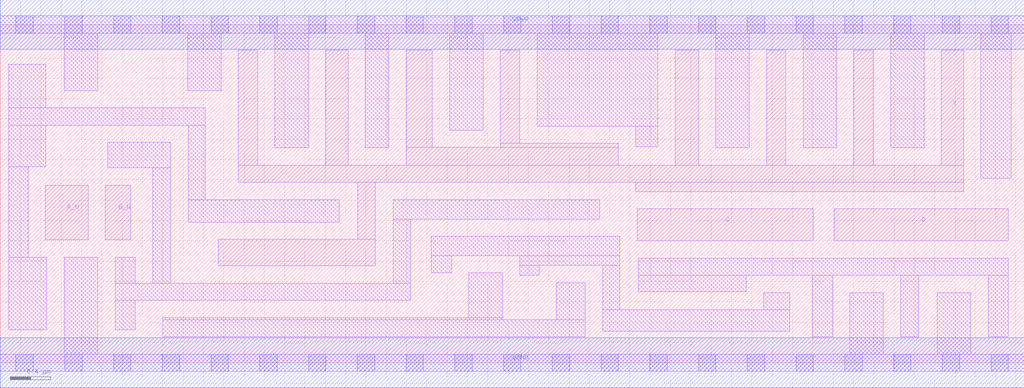
<source format=lef>
# Copyright 2020 The SkyWater PDK Authors
#
# Licensed under the Apache License, Version 2.0 (the "License");
# you may not use this file except in compliance with the License.
# You may obtain a copy of the License at
#
#     https://www.apache.org/licenses/LICENSE-2.0
#
# Unless required by applicable law or agreed to in writing, software
# distributed under the License is distributed on an "AS IS" BASIS,
# WITHOUT WARRANTIES OR CONDITIONS OF ANY KIND, either express or implied.
# See the License for the specific language governing permissions and
# limitations under the License.
#
# SPDX-License-Identifier: Apache-2.0

VERSION 5.7 ;
  NAMESCASESENSITIVE ON ;
  NOWIREEXTENSIONATPIN ON ;
  DIVIDERCHAR "/" ;
  BUSBITCHARS "[]" ;
UNITS
  DATABASE MICRONS 200 ;
END UNITS
MACRO sky130_fd_sc_lp__nand4bb_4
  CLASS CORE ;
  FOREIGN sky130_fd_sc_lp__nand4bb_4 ;
  ORIGIN  0.000000  0.000000 ;
  SIZE  10.08000 BY  3.330000 ;
  SYMMETRY X Y R90 ;
  SITE unit ;
  PIN A_N
    ANTENNAGATEAREA  0.315000 ;
    DIRECTION INPUT ;
    USE SIGNAL ;
    PORT
      LAYER li1 ;
        RECT 0.445000 1.210000 0.865000 1.750000 ;
    END
  END A_N
  PIN B_N
    ANTENNAGATEAREA  0.315000 ;
    DIRECTION INPUT ;
    USE SIGNAL ;
    PORT
      LAYER li1 ;
        RECT 1.035000 1.210000 1.285000 1.750000 ;
    END
  END B_N
  PIN C
    ANTENNAGATEAREA  1.260000 ;
    DIRECTION INPUT ;
    USE SIGNAL ;
    PORT
      LAYER li1 ;
        RECT 6.270000 1.200000 8.005000 1.515000 ;
    END
  END C
  PIN D
    ANTENNAGATEAREA  1.260000 ;
    DIRECTION INPUT ;
    USE SIGNAL ;
    PORT
      LAYER li1 ;
        RECT 8.210000 1.200000 9.925000 1.515000 ;
    END
  END D
  PIN Y
    ANTENNADIFFAREA  3.292800 ;
    DIRECTION OUTPUT ;
    USE SIGNAL ;
    PORT
      LAYER li1 ;
        RECT 2.145000 0.955000 3.690000 1.215000 ;
        RECT 2.345000 1.775000 9.485000 1.945000 ;
        RECT 2.345000 1.945000 2.535000 3.075000 ;
        RECT 3.205000 1.945000 3.425000 3.075000 ;
        RECT 3.520000 1.215000 3.690000 1.775000 ;
        RECT 3.995000 1.945000 6.085000 2.120000 ;
        RECT 3.995000 2.120000 4.255000 3.075000 ;
        RECT 4.925000 2.120000 6.085000 2.160000 ;
        RECT 4.925000 2.160000 5.115000 3.075000 ;
        RECT 6.255000 1.685000 9.485000 1.775000 ;
        RECT 6.645000 1.945000 6.875000 3.075000 ;
        RECT 7.545000 1.945000 7.735000 3.075000 ;
        RECT 8.405000 1.945000 8.595000 3.075000 ;
        RECT 9.265000 1.945000 9.485000 3.075000 ;
    END
  END Y
  PIN VGND
    DIRECTION INOUT ;
    USE GROUND ;
    PORT
      LAYER met1 ;
        RECT 0.000000 -0.245000 10.080000 0.245000 ;
    END
  END VGND
  PIN VPWR
    DIRECTION INOUT ;
    USE POWER ;
    PORT
      LAYER met1 ;
        RECT 0.000000 3.085000 10.080000 3.575000 ;
    END
  END VPWR
  OBS
    LAYER li1 ;
      RECT 0.000000 -0.085000 10.080000 0.085000 ;
      RECT 0.000000  3.245000 10.080000 3.415000 ;
      RECT 0.085000  0.325000  0.460000 1.040000 ;
      RECT 0.085000  1.040000  0.275000 1.930000 ;
      RECT 0.085000  1.930000  0.450000 2.340000 ;
      RECT 0.085000  2.340000  2.020000 2.510000 ;
      RECT 0.085000  2.510000  0.450000 2.940000 ;
      RECT 0.630000  0.085000  0.960000 1.040000 ;
      RECT 0.630000  2.680000  0.960000 3.245000 ;
      RECT 1.060000  1.920000  1.680000 2.170000 ;
      RECT 1.130000  0.325000  1.330000 0.615000 ;
      RECT 1.130000  0.615000  4.040000 0.785000 ;
      RECT 1.130000  0.785000  1.330000 1.040000 ;
      RECT 1.500000  0.785000  1.680000 1.920000 ;
      RECT 1.600000  0.255000  5.760000 0.425000 ;
      RECT 1.600000  0.425000  4.945000 0.445000 ;
      RECT 1.845000  2.680000  2.175000 3.245000 ;
      RECT 1.850000  1.385000  3.340000 1.605000 ;
      RECT 1.850000  1.605000  2.020000 2.340000 ;
      RECT 2.705000  2.115000  3.035000 3.245000 ;
      RECT 3.595000  2.115000  3.825000 3.245000 ;
      RECT 3.870000  0.785000  4.040000 1.415000 ;
      RECT 3.870000  1.415000  5.900000 1.605000 ;
      RECT 4.245000  0.885000  4.445000 1.055000 ;
      RECT 4.245000  1.055000  6.100000 1.245000 ;
      RECT 4.425000  2.290000  4.755000 3.245000 ;
      RECT 4.615000  0.445000  4.945000 0.885000 ;
      RECT 5.115000  0.860000  5.305000 0.960000 ;
      RECT 5.115000  0.960000  6.100000 1.055000 ;
      RECT 5.285000  2.330000  6.475000 3.245000 ;
      RECT 5.475000  0.425000  5.760000 0.790000 ;
      RECT 5.930000  0.310000  7.775000 0.520000 ;
      RECT 5.930000  0.520000  6.100000 0.960000 ;
      RECT 6.255000  2.125000  6.475000 2.330000 ;
      RECT 6.280000  0.700000  7.345000 0.860000 ;
      RECT 6.280000  0.860000  9.925000 1.030000 ;
      RECT 7.045000  2.115000  7.375000 3.245000 ;
      RECT 7.515000  0.520000  7.775000 0.690000 ;
      RECT 7.905000  2.115000  8.235000 3.245000 ;
      RECT 7.995000  0.255000  8.195000 0.860000 ;
      RECT 8.365000  0.085000  8.695000 0.690000 ;
      RECT 8.765000  2.115000  9.095000 3.245000 ;
      RECT 8.865000  0.255000  9.045000 0.860000 ;
      RECT 9.225000  0.085000  9.555000 0.690000 ;
      RECT 9.655000  1.815000  9.955000 3.245000 ;
      RECT 9.725000  0.255000  9.925000 0.860000 ;
    LAYER mcon ;
      RECT 0.155000 -0.085000 0.325000 0.085000 ;
      RECT 0.155000  3.245000 0.325000 3.415000 ;
      RECT 0.635000 -0.085000 0.805000 0.085000 ;
      RECT 0.635000  3.245000 0.805000 3.415000 ;
      RECT 1.115000 -0.085000 1.285000 0.085000 ;
      RECT 1.115000  3.245000 1.285000 3.415000 ;
      RECT 1.595000 -0.085000 1.765000 0.085000 ;
      RECT 1.595000  3.245000 1.765000 3.415000 ;
      RECT 2.075000 -0.085000 2.245000 0.085000 ;
      RECT 2.075000  3.245000 2.245000 3.415000 ;
      RECT 2.555000 -0.085000 2.725000 0.085000 ;
      RECT 2.555000  3.245000 2.725000 3.415000 ;
      RECT 3.035000 -0.085000 3.205000 0.085000 ;
      RECT 3.035000  3.245000 3.205000 3.415000 ;
      RECT 3.515000 -0.085000 3.685000 0.085000 ;
      RECT 3.515000  3.245000 3.685000 3.415000 ;
      RECT 3.995000 -0.085000 4.165000 0.085000 ;
      RECT 3.995000  3.245000 4.165000 3.415000 ;
      RECT 4.475000 -0.085000 4.645000 0.085000 ;
      RECT 4.475000  3.245000 4.645000 3.415000 ;
      RECT 4.955000 -0.085000 5.125000 0.085000 ;
      RECT 4.955000  3.245000 5.125000 3.415000 ;
      RECT 5.435000 -0.085000 5.605000 0.085000 ;
      RECT 5.435000  3.245000 5.605000 3.415000 ;
      RECT 5.915000 -0.085000 6.085000 0.085000 ;
      RECT 5.915000  3.245000 6.085000 3.415000 ;
      RECT 6.395000 -0.085000 6.565000 0.085000 ;
      RECT 6.395000  3.245000 6.565000 3.415000 ;
      RECT 6.875000 -0.085000 7.045000 0.085000 ;
      RECT 6.875000  3.245000 7.045000 3.415000 ;
      RECT 7.355000 -0.085000 7.525000 0.085000 ;
      RECT 7.355000  3.245000 7.525000 3.415000 ;
      RECT 7.835000 -0.085000 8.005000 0.085000 ;
      RECT 7.835000  3.245000 8.005000 3.415000 ;
      RECT 8.315000 -0.085000 8.485000 0.085000 ;
      RECT 8.315000  3.245000 8.485000 3.415000 ;
      RECT 8.795000 -0.085000 8.965000 0.085000 ;
      RECT 8.795000  3.245000 8.965000 3.415000 ;
      RECT 9.275000 -0.085000 9.445000 0.085000 ;
      RECT 9.275000  3.245000 9.445000 3.415000 ;
      RECT 9.755000 -0.085000 9.925000 0.085000 ;
      RECT 9.755000  3.245000 9.925000 3.415000 ;
  END
END sky130_fd_sc_lp__nand4bb_4
END LIBRARY

</source>
